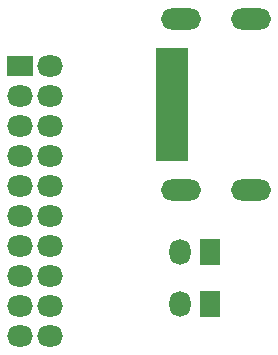
<source format=gbs>
G04*
G04 #@! TF.GenerationSoftware,Altium Limited,Altium Designer,23.3.1 (30)*
G04*
G04 Layer_Color=16711935*
%FSLAX44Y44*%
%MOMM*%
G71*
G04*
G04 #@! TF.SameCoordinates,C5E1189D-41B8-4AFE-B9F0-E66C201BB24E*
G04*
G04*
G04 #@! TF.FilePolarity,Negative*
G04*
G01*
G75*
%ADD12O,3.4032X1.8032*%
%ADD13O,1.8032X2.2032*%
%ADD14R,1.8032X2.2032*%
%ADD15R,2.2032X1.8032*%
%ADD16O,2.2032X1.8032*%
%ADD26R,2.8032X0.4832*%
D12*
X1012600Y509500D02*
D03*
Y654500D02*
D03*
X953000Y509500D02*
D03*
Y654500D02*
D03*
D13*
X952300Y413000D02*
D03*
D03*
Y457000D02*
D03*
D03*
D14*
X977700Y413000D02*
D03*
D03*
Y457000D02*
D03*
D03*
D15*
X816610Y614680D02*
D03*
D16*
Y589280D02*
D03*
Y563880D02*
D03*
Y538480D02*
D03*
Y513080D02*
D03*
Y487680D02*
D03*
Y462280D02*
D03*
Y436880D02*
D03*
Y411480D02*
D03*
Y386080D02*
D03*
X842010Y614680D02*
D03*
Y589280D02*
D03*
Y563880D02*
D03*
Y538480D02*
D03*
Y513080D02*
D03*
Y487680D02*
D03*
Y462280D02*
D03*
Y436880D02*
D03*
Y411480D02*
D03*
Y386080D02*
D03*
D26*
X945400Y627000D02*
D03*
Y622000D02*
D03*
Y617000D02*
D03*
Y612000D02*
D03*
Y607000D02*
D03*
Y602000D02*
D03*
Y597000D02*
D03*
Y592000D02*
D03*
Y587000D02*
D03*
Y582000D02*
D03*
Y577000D02*
D03*
Y572000D02*
D03*
Y567000D02*
D03*
Y562000D02*
D03*
Y557000D02*
D03*
Y552000D02*
D03*
Y547000D02*
D03*
Y542000D02*
D03*
Y537000D02*
D03*
M02*

</source>
